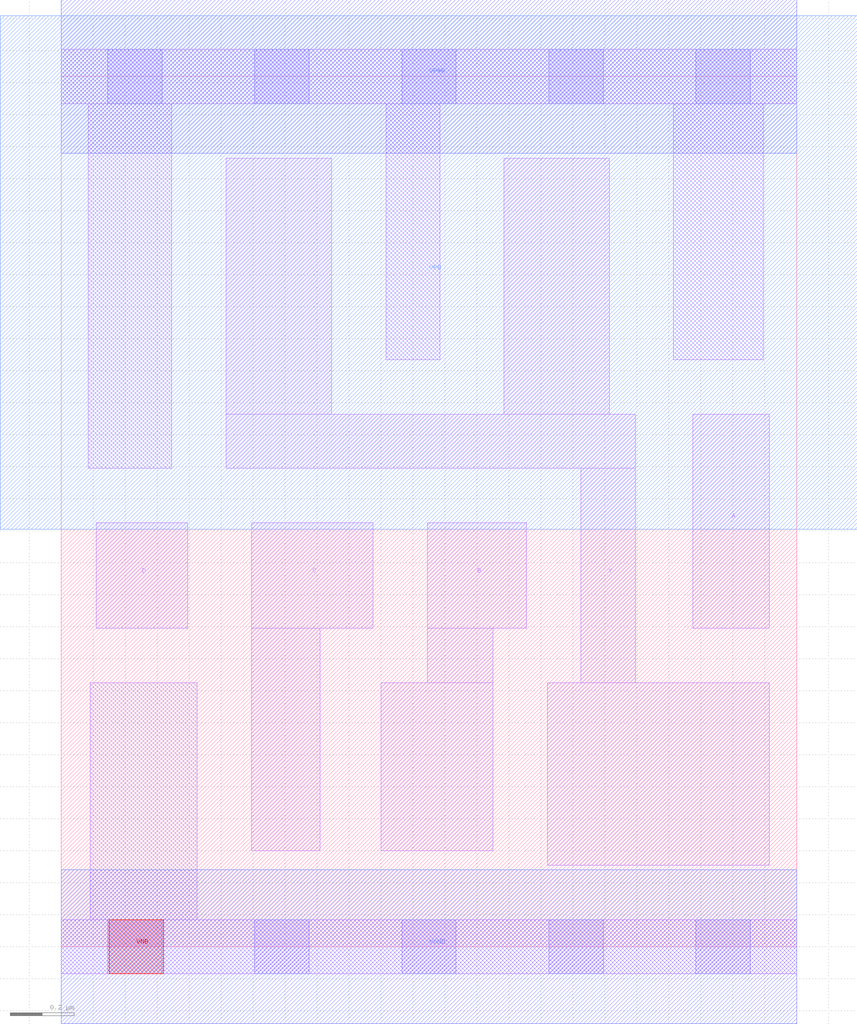
<source format=lef>
# Copyright 2020 The SkyWater PDK Authors
#
# Licensed under the Apache License, Version 2.0 (the "License");
# you may not use this file except in compliance with the License.
# You may obtain a copy of the License at
#
#     https://www.apache.org/licenses/LICENSE-2.0
#
# Unless required by applicable law or agreed to in writing, software
# distributed under the License is distributed on an "AS IS" BASIS,
# WITHOUT WARRANTIES OR CONDITIONS OF ANY KIND, either express or implied.
# See the License for the specific language governing permissions and
# limitations under the License.
#
# SPDX-License-Identifier: Apache-2.0

VERSION 5.7 ;
  NOWIREEXTENSIONATPIN ON ;
  DIVIDERCHAR "/" ;
  BUSBITCHARS "[]" ;
MACRO sky130_fd_sc_hd__nand4_1
  CLASS CORE ;
  FOREIGN sky130_fd_sc_hd__nand4_1 ;
  ORIGIN  0.000000  0.000000 ;
  SIZE  2.300000 BY  2.720000 ;
  SYMMETRY X Y R90 ;
  SITE unithd ;
  PIN A
    ANTENNAGATEAREA  0.247500 ;
    DIRECTION INPUT ;
    USE SIGNAL ;
    PORT
      LAYER li1 ;
        RECT 1.975000 0.995000 2.215000 1.665000 ;
    END
  END A
  PIN B
    ANTENNAGATEAREA  0.247500 ;
    DIRECTION INPUT ;
    USE SIGNAL ;
    PORT
      LAYER li1 ;
        RECT 1.000000 0.300000 1.350000 0.825000 ;
        RECT 1.145000 0.825000 1.350000 0.995000 ;
        RECT 1.145000 0.995000 1.455000 1.325000 ;
    END
  END B
  PIN C
    ANTENNAGATEAREA  0.247500 ;
    DIRECTION INPUT ;
    USE SIGNAL ;
    PORT
      LAYER li1 ;
        RECT 0.595000 0.300000 0.810000 0.995000 ;
        RECT 0.595000 0.995000 0.975000 1.325000 ;
    END
  END C
  PIN D
    ANTENNAGATEAREA  0.247500 ;
    DIRECTION INPUT ;
    USE SIGNAL ;
    PORT
      LAYER li1 ;
        RECT 0.110000 0.995000 0.395000 1.325000 ;
    END
  END D
  PIN Y
    ANTENNADIFFAREA  0.795000 ;
    DIRECTION OUTPUT ;
    USE SIGNAL ;
    PORT
      LAYER li1 ;
        RECT 0.515000 1.495000 1.795000 1.665000 ;
        RECT 0.515000 1.665000 0.845000 2.465000 ;
        RECT 1.385000 1.665000 1.715000 2.465000 ;
        RECT 1.520000 0.255000 2.215000 0.825000 ;
        RECT 1.625000 0.825000 1.795000 1.495000 ;
    END
  END Y
  PIN VGND
    DIRECTION INOUT ;
    SHAPE ABUTMENT ;
    USE GROUND ;
    PORT
      LAYER met1 ;
        RECT 0.000000 -0.240000 2.300000 0.240000 ;
    END
  END VGND
  PIN VNB
    DIRECTION INOUT ;
    USE GROUND ;
    PORT
      LAYER pwell ;
        RECT 0.150000 -0.085000 0.320000 0.085000 ;
    END
  END VNB
  PIN VPB
    DIRECTION INOUT ;
    USE POWER ;
    PORT
      LAYER nwell ;
        RECT -0.190000 1.305000 2.490000 2.910000 ;
    END
  END VPB
  PIN VPWR
    DIRECTION INOUT ;
    SHAPE ABUTMENT ;
    USE POWER ;
    PORT
      LAYER met1 ;
        RECT 0.000000 2.480000 2.300000 2.960000 ;
    END
  END VPWR
  OBS
    LAYER li1 ;
      RECT 0.000000 -0.085000 2.300000 0.085000 ;
      RECT 0.000000  2.635000 2.300000 2.805000 ;
      RECT 0.085000  1.495000 0.345000 2.635000 ;
      RECT 0.090000  0.085000 0.425000 0.825000 ;
      RECT 1.015000  1.835000 1.185000 2.635000 ;
      RECT 1.915000  1.835000 2.195000 2.635000 ;
    LAYER mcon ;
      RECT 0.145000 -0.085000 0.315000 0.085000 ;
      RECT 0.145000  2.635000 0.315000 2.805000 ;
      RECT 0.605000 -0.085000 0.775000 0.085000 ;
      RECT 0.605000  2.635000 0.775000 2.805000 ;
      RECT 1.065000 -0.085000 1.235000 0.085000 ;
      RECT 1.065000  2.635000 1.235000 2.805000 ;
      RECT 1.525000 -0.085000 1.695000 0.085000 ;
      RECT 1.525000  2.635000 1.695000 2.805000 ;
      RECT 1.985000 -0.085000 2.155000 0.085000 ;
      RECT 1.985000  2.635000 2.155000 2.805000 ;
  END
END sky130_fd_sc_hd__nand4_1
END LIBRARY

</source>
